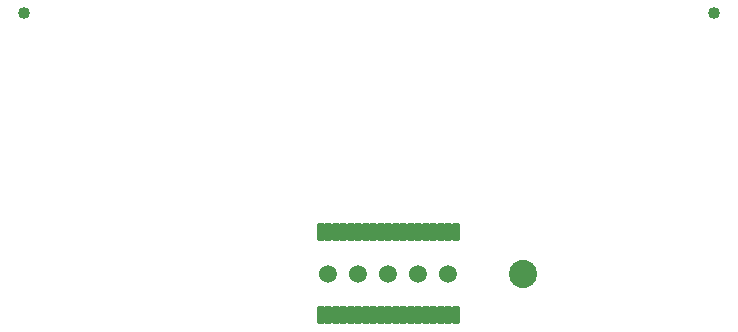
<source format=gbr>
%TF.GenerationSoftware,KiCad,Pcbnew,9.0.6*%
%TF.CreationDate,2026-01-21T19:17:09+09:00*%
%TF.ProjectId,mictorHSMC,6d696374-6f72-4485-934d-432e6b696361,rev?*%
%TF.SameCoordinates,Original*%
%TF.FileFunction,Soldermask,Top*%
%TF.FilePolarity,Negative*%
%FSLAX46Y46*%
G04 Gerber Fmt 4.6, Leading zero omitted, Abs format (unit mm)*
G04 Created by KiCad (PCBNEW 9.0.6) date 2026-01-21 19:17:09*
%MOMM*%
%LPD*%
G01*
G04 APERTURE LIST*
G04 Aperture macros list*
%AMRoundRect*
0 Rectangle with rounded corners*
0 $1 Rounding radius*
0 $2 $3 $4 $5 $6 $7 $8 $9 X,Y pos of 4 corners*
0 Add a 4 corners polygon primitive as box body*
4,1,4,$2,$3,$4,$5,$6,$7,$8,$9,$2,$3,0*
0 Add four circle primitives for the rounded corners*
1,1,$1+$1,$2,$3*
1,1,$1+$1,$4,$5*
1,1,$1+$1,$6,$7*
1,1,$1+$1,$8,$9*
0 Add four rect primitives between the rounded corners*
20,1,$1+$1,$2,$3,$4,$5,0*
20,1,$1+$1,$4,$5,$6,$7,0*
20,1,$1+$1,$6,$7,$8,$9,0*
20,1,$1+$1,$8,$9,$2,$3,0*%
G04 Aperture macros list end*
%ADD10C,1.020000*%
%ADD11RoundRect,0.102000X0.215000X0.635000X-0.215000X0.635000X-0.215000X-0.635000X0.215000X-0.635000X0*%
%ADD12C,2.390000*%
%ADD13C,1.522000*%
G04 APERTURE END LIST*
D10*
%TO.C,J2*%
X187685000Y-87970000D03*
X129205000Y-87970000D03*
%TD*%
D11*
%TO.C,J1*%
X165795000Y-113530000D03*
X165795000Y-106470000D03*
X165160000Y-113530000D03*
X165160000Y-106470000D03*
X164525000Y-113530000D03*
X164525000Y-106470000D03*
X163890000Y-113530000D03*
X163890000Y-106470000D03*
X163255000Y-113530000D03*
X163255000Y-106470000D03*
X162620000Y-113530000D03*
X162620000Y-106470000D03*
X161985000Y-113530000D03*
X161985000Y-106470000D03*
X161350000Y-113530000D03*
X161350000Y-106470000D03*
X160715000Y-113530000D03*
X160715000Y-106470000D03*
X160080000Y-113530000D03*
X160080000Y-106470000D03*
X159445000Y-113530000D03*
X159445000Y-106470000D03*
X158810000Y-113530000D03*
X158810000Y-106470000D03*
X158175000Y-113530000D03*
X158175000Y-106470000D03*
X157540000Y-113530000D03*
X157540000Y-106470000D03*
X156905000Y-113530000D03*
X156905000Y-106470000D03*
X156270000Y-113530000D03*
X156270000Y-106470000D03*
X155635000Y-113530000D03*
X155635000Y-106470000D03*
X155000000Y-113530000D03*
X155000000Y-106470000D03*
X154365000Y-113530000D03*
X154365000Y-106470000D03*
D12*
X171510000Y-110000000D03*
D13*
X165160000Y-110000000D03*
X162620000Y-110000000D03*
X160080000Y-110000000D03*
X157540000Y-110000000D03*
X155000000Y-110000000D03*
%TD*%
M02*

</source>
